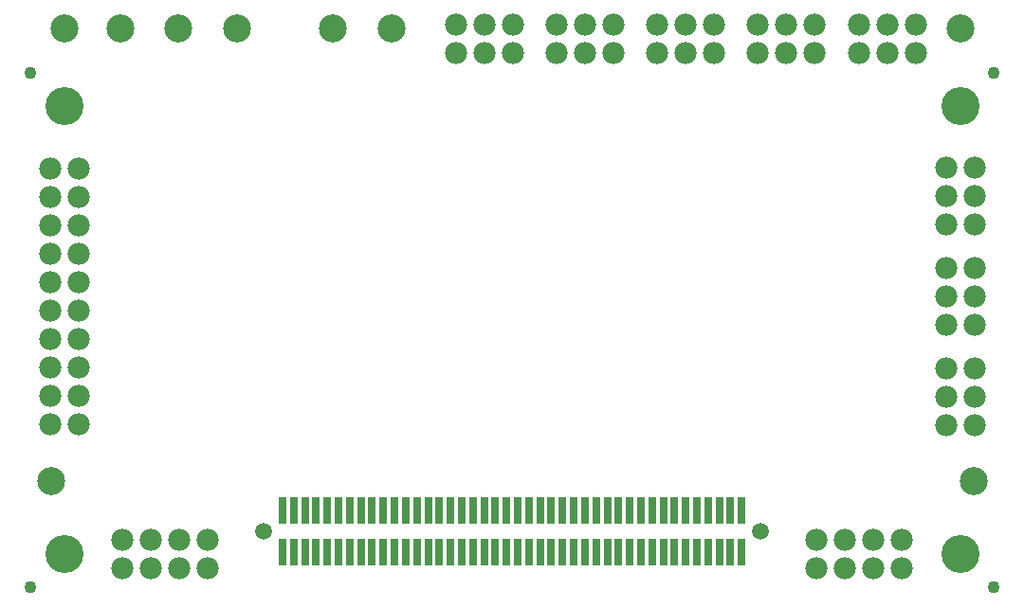
<source format=gts>
G75*
G70*
%OFA0B0*%
%FSLAX24Y24*%
%IPPOS*%
%LPD*%
%AMOC8*
5,1,8,0,0,1.08239X$1,22.5*
%
%ADD10C,0.1339*%
%ADD11C,0.0434*%
%ADD12C,0.0985*%
%ADD13C,0.0591*%
%ADD14R,0.0276X0.0946*%
%ADD15C,0.0780*%
D10*
X002109Y002111D03*
X002109Y017859D03*
X033605Y017859D03*
X033605Y002111D03*
D11*
X000927Y000930D03*
X000927Y019040D03*
X034786Y019040D03*
X034786Y000930D03*
D12*
X034077Y004670D03*
X033605Y020615D03*
X013605Y020615D03*
X011557Y020615D03*
X008171Y020615D03*
X006124Y020615D03*
X004077Y020615D03*
X002109Y020615D03*
X001636Y004670D03*
D13*
X009116Y002898D03*
X009116Y002898D03*
X026597Y002898D03*
X026597Y002898D03*
D14*
X025927Y002170D03*
X025534Y002170D03*
X025140Y002170D03*
X024746Y002170D03*
X024353Y002170D03*
X023959Y002170D03*
X023565Y002170D03*
X023171Y002170D03*
X022778Y002170D03*
X022384Y002170D03*
X021990Y002170D03*
X021597Y002170D03*
X021203Y002170D03*
X020809Y002170D03*
X020416Y002170D03*
X020022Y002170D03*
X019628Y002170D03*
X019234Y002170D03*
X018841Y002170D03*
X018447Y002170D03*
X018053Y002170D03*
X017660Y002170D03*
X017266Y002170D03*
X016872Y002170D03*
X016479Y002170D03*
X016085Y002170D03*
X015691Y002170D03*
X015297Y002170D03*
X014904Y002170D03*
X014510Y002170D03*
X014116Y002170D03*
X013723Y002170D03*
X013329Y002170D03*
X012935Y002170D03*
X012542Y002170D03*
X012148Y002170D03*
X011754Y002170D03*
X011360Y002170D03*
X010967Y002170D03*
X010573Y002170D03*
X010179Y002170D03*
X009786Y002170D03*
X009786Y003627D03*
X010179Y003627D03*
X010573Y003627D03*
X010967Y003627D03*
X011360Y003627D03*
X011754Y003627D03*
X012148Y003627D03*
X012542Y003627D03*
X012935Y003627D03*
X013329Y003627D03*
X013723Y003627D03*
X014116Y003627D03*
X014510Y003627D03*
X014904Y003627D03*
X015297Y003627D03*
X015691Y003627D03*
X016085Y003627D03*
X016479Y003627D03*
X016872Y003627D03*
X017266Y003627D03*
X017660Y003627D03*
X018053Y003627D03*
X018447Y003627D03*
X018841Y003627D03*
X019234Y003627D03*
X019628Y003627D03*
X020022Y003627D03*
X020416Y003627D03*
X020809Y003627D03*
X021203Y003627D03*
X021597Y003627D03*
X021990Y003627D03*
X022384Y003627D03*
X022778Y003627D03*
X023171Y003627D03*
X023565Y003627D03*
X023959Y003627D03*
X024353Y003627D03*
X024746Y003627D03*
X025140Y003627D03*
X025534Y003627D03*
X025927Y003627D03*
D15*
X028561Y002611D03*
X029561Y002611D03*
X030561Y002611D03*
X031561Y002611D03*
X031561Y001611D03*
X030561Y001611D03*
X029561Y001611D03*
X028561Y001611D03*
X033105Y006623D03*
X034105Y006623D03*
X034105Y007623D03*
X033105Y007623D03*
X033105Y008623D03*
X034105Y008623D03*
X034105Y010166D03*
X033105Y010166D03*
X033105Y011166D03*
X034105Y011166D03*
X034105Y012166D03*
X033105Y012166D03*
X033105Y013709D03*
X034105Y013709D03*
X034105Y014709D03*
X033105Y014709D03*
X033105Y015709D03*
X034105Y015709D03*
X032046Y019721D03*
X031046Y019721D03*
X030046Y019721D03*
X030046Y020721D03*
X031046Y020721D03*
X032046Y020721D03*
X028502Y020721D03*
X027502Y020721D03*
X026502Y020721D03*
X026502Y019721D03*
X027502Y019721D03*
X028502Y019721D03*
X024959Y019721D03*
X023959Y019721D03*
X022959Y019721D03*
X022959Y020721D03*
X023959Y020721D03*
X024959Y020721D03*
X021416Y020721D03*
X020416Y020721D03*
X019416Y020721D03*
X019416Y019721D03*
X020416Y019721D03*
X021416Y019721D03*
X017872Y019721D03*
X016872Y019721D03*
X015872Y019721D03*
X015872Y020721D03*
X016872Y020721D03*
X017872Y020721D03*
X002609Y015666D03*
X001609Y015666D03*
X001609Y014666D03*
X002609Y014666D03*
X002609Y013666D03*
X001609Y013666D03*
X001609Y012666D03*
X002609Y012666D03*
X002609Y011666D03*
X001609Y011666D03*
X001609Y010666D03*
X002609Y010666D03*
X002609Y009666D03*
X001609Y009666D03*
X001609Y008666D03*
X002609Y008666D03*
X002609Y007666D03*
X001609Y007666D03*
X001609Y006666D03*
X002609Y006666D03*
X004152Y002611D03*
X005152Y002611D03*
X006152Y002611D03*
X007152Y002611D03*
X007152Y001611D03*
X006152Y001611D03*
X005152Y001611D03*
X004152Y001611D03*
M02*

</source>
